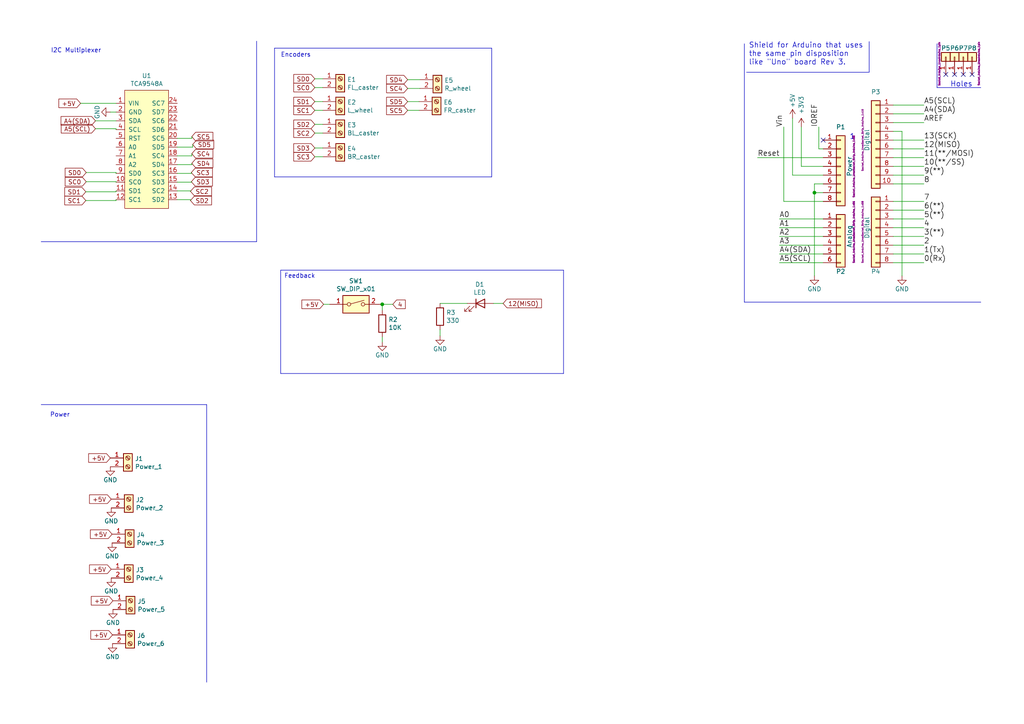
<source format=kicad_sch>
(kicad_sch (version 20230121) (generator eeschema)
  (paper "A4")
  (title_block (title "Encoder Shield") (date "09-13-21") (rev "Version 1") (company "LUCI, LLC") (comment 1 "Designed by Christian"))
  (lib_symbols
    (symbol "Connector:Screw_Terminal_01x02" (pin_names (offset 1.016) hide)
      (property "Reference" "J" (at 0 2.54 0))
      (property "Value" "Screw_Terminal_01x02" (at 0 -5.08 0))
      (symbol "Screw_Terminal_01x02_1_1"
        (rectangle (start -1.27 1.27) (end 1.27 -3.81) (stroke (width 0.254)) (fill (type background)))
        (circle (center 0 -2.54) (radius 0.635) (stroke (width 0.1524)))
        (polyline (pts (xy -0.5334 -2.2098) (xy 0.3302 -3.048)) (stroke (width 0.1524)))
        (polyline (pts (xy -0.5334 0.3302) (xy 0.3302 -0.508)) (stroke (width 0.1524)))
        (polyline (pts (xy -0.3556 -2.032) (xy 0.508 -2.8702)) (stroke (width 0.1524)))
        (polyline (pts (xy -0.3556 0.508) (xy 0.508 -0.3302)) (stroke (width 0.1524)))
        (circle (center 0 0) (radius 0.635) (stroke (width 0.1524)))
        (pin passive line (at -5.08 0 0) (length 3.81) (name "Pin_1") (number "1"))
        (pin passive line (at -5.08 -2.54 0) (length 3.81) (name "Pin_2") (number "2"))
      )
    )
    (symbol "Connector_Generic:Conn_01x01" (pin_names (offset 1.016) hide)
      (property "Reference" "J" (at 0 2.54 0))
      (property "Value" "Conn_01x01" (at 0 -2.54 0))
      (symbol "Conn_01x01_1_1"
        (rectangle (start -1.27 0.127) (end 0 -0.127) (stroke (width 0.1524)))
        (rectangle (start -1.27 1.27) (end 1.27 -1.27) (stroke (width 0.254)) (fill (type background)))
        (pin passive line (at -5.08 0 0) (length 3.81) (name "Pin_1") (number "1"))
      )
    )
    (symbol "Connector_Generic:Conn_01x06" (pin_names (offset 1.016) hide)
      (property "Reference" "J" (at 0 7.62 0))
      (property "Value" "Conn_01x06" (at 0 -10.16 0))
      (symbol "Conn_01x06_1_1"
        (rectangle (start -1.27 -7.493) (end 0 -7.747) (stroke (width 0.1524)))
        (rectangle (start -1.27 -4.953) (end 0 -5.207) (stroke (width 0.1524)))
        (rectangle (start -1.27 -2.413) (end 0 -2.667) (stroke (width 0.1524)))
        (rectangle (start -1.27 0.127) (end 0 -0.127) (stroke (width 0.1524)))
        (rectangle (start -1.27 2.667) (end 0 2.413) (stroke (width 0.1524)))
        (rectangle (start -1.27 5.207) (end 0 4.953) (stroke (width 0.1524)))
        (rectangle (start -1.27 6.35) (end 1.27 -8.89) (stroke (width 0.254)) (fill (type background)))
        (pin passive line (at -5.08 5.08 0) (length 3.81) (name "Pin_1") (number "1"))
        (pin passive line (at -5.08 2.54 0) (length 3.81) (name "Pin_2") (number "2"))
        (pin passive line (at -5.08 0 0) (length 3.81) (name "Pin_3") (number "3"))
        (pin passive line (at -5.08 -2.54 0) (length 3.81) (name "Pin_4") (number "4"))
        (pin passive line (at -5.08 -5.08 0) (length 3.81) (name "Pin_5") (number "5"))
        (pin passive line (at -5.08 -7.62 0) (length 3.81) (name "Pin_6") (number "6"))
      )
    )
    (symbol "Connector_Generic:Conn_01x08" (pin_names (offset 1.016) hide)
      (property "Reference" "J" (at 0 10.16 0))
      (property "Value" "Conn_01x08" (at 0 -12.7 0))
      (symbol "Conn_01x08_1_1"
        (rectangle (start -1.27 -10.033) (end 0 -10.287) (stroke (width 0.1524)))
        (rectangle (start -1.27 -7.493) (end 0 -7.747) (stroke (width 0.1524)))
        (rectangle (start -1.27 -4.953) (end 0 -5.207) (stroke (width 0.1524)))
        (rectangle (start -1.27 -2.413) (end 0 -2.667) (stroke (width 0.1524)))
        (rectangle (start -1.27 0.127) (end 0 -0.127) (stroke (width 0.1524)))
        (rectangle (start -1.27 2.667) (end 0 2.413) (stroke (width 0.1524)))
        (rectangle (start -1.27 5.207) (end 0 4.953) (stroke (width 0.1524)))
        (rectangle (start -1.27 7.747) (end 0 7.493) (stroke (width 0.1524)))
        (rectangle (start -1.27 8.89) (end 1.27 -11.43) (stroke (width 0.254)) (fill (type background)))
        (pin passive line (at -5.08 7.62 0) (length 3.81) (name "Pin_1") (number "1"))
        (pin passive line (at -5.08 5.08 0) (length 3.81) (name "Pin_2") (number "2"))
        (pin passive line (at -5.08 2.54 0) (length 3.81) (name "Pin_3") (number "3"))
        (pin passive line (at -5.08 0 0) (length 3.81) (name "Pin_4") (number "4"))
        (pin passive line (at -5.08 -2.54 0) (length 3.81) (name "Pin_5") (number "5"))
        (pin passive line (at -5.08 -5.08 0) (length 3.81) (name "Pin_6") (number "6"))
        (pin passive line (at -5.08 -7.62 0) (length 3.81) (name "Pin_7") (number "7"))
        (pin passive line (at -5.08 -10.16 0) (length 3.81) (name "Pin_8") (number "8"))
      )
    )
    (symbol "Connector_Generic:Conn_01x10" (pin_names (offset 1.016) hide)
      (property "Reference" "J" (at 0 12.7 0))
      (property "Value" "Conn_01x10" (at 0 -15.24 0))
      (symbol "Conn_01x10_1_1"
        (rectangle (start -1.27 -12.573) (end 0 -12.827) (stroke (width 0.1524)))
        (rectangle (start -1.27 -10.033) (end 0 -10.287) (stroke (width 0.1524)))
        (rectangle (start -1.27 -7.493) (end 0 -7.747) (stroke (width 0.1524)))
        (rectangle (start -1.27 -4.953) (end 0 -5.207) (stroke (width 0.1524)))
        (rectangle (start -1.27 -2.413) (end 0 -2.667) (stroke (width 0.1524)))
        (rectangle (start -1.27 0.127) (end 0 -0.127) (stroke (width 0.1524)))
        (rectangle (start -1.27 2.667) (end 0 2.413) (stroke (width 0.1524)))
        (rectangle (start -1.27 5.207) (end 0 4.953) (stroke (width 0.1524)))
        (rectangle (start -1.27 7.747) (end 0 7.493) (stroke (width 0.1524)))
        (rectangle (start -1.27 10.287) (end 0 10.033) (stroke (width 0.1524)))
        (rectangle (start -1.27 11.43) (end 1.27 -13.97) (stroke (width 0.254)) (fill (type background)))
        (pin passive line (at -5.08 10.16 0) (length 3.81) (name "Pin_1") (number "1"))
        (pin passive line (at -5.08 -12.7 0) (length 3.81) (name "Pin_10") (number "10"))
        (pin passive line (at -5.08 7.62 0) (length 3.81) (name "Pin_2") (number "2"))
        (pin passive line (at -5.08 5.08 0) (length 3.81) (name "Pin_3") (number "3"))
        (pin passive line (at -5.08 2.54 0) (length 3.81) (name "Pin_4") (number "4"))
        (pin passive line (at -5.08 0 0) (length 3.81) (name "Pin_5") (number "5"))
        (pin passive line (at -5.08 -2.54 0) (length 3.81) (name "Pin_6") (number "6"))
        (pin passive line (at -5.08 -5.08 0) (length 3.81) (name "Pin_7") (number "7"))
        (pin passive line (at -5.08 -7.62 0) (length 3.81) (name "Pin_8") (number "8"))
        (pin passive line (at -5.08 -10.16 0) (length 3.81) (name "Pin_9") (number "9"))
      )
    )
    (symbol "Device:LED" (pin_numbers hide) (pin_names (offset 1.016) hide)
      (property "Reference" "D" (at 0 2.54 0))
      (property "Value" "LED" (at 0 -2.54 0))
      (symbol "LED_0_1"
        (polyline (pts (xy -1.27 -1.27) (xy -1.27 1.27)) (stroke (width 0.254)))
        (polyline (pts (xy -1.27 0) (xy 1.27 0)))
        (polyline (pts (xy 1.27 -1.27) (xy 1.27 1.27) (xy -1.27 0) (xy 1.27 -1.27)) (stroke (width 0.254)))
        (polyline (pts (xy -3.048 -0.762) (xy -4.572 -2.286) (xy -3.81 -2.286) (xy -4.572 -2.286) (xy -4.572 -1.524)))
        (polyline (pts (xy -1.778 -0.762) (xy -3.302 -2.286) (xy -2.54 -2.286) (xy -3.302 -2.286) (xy -3.302 -1.524)))
      )
      (symbol "LED_1_1"
        (pin passive line (at -3.81 0 0) (length 2.54) (name "K") (number "1"))
        (pin passive line (at 3.81 0 180) (length 2.54) (name "A") (number "2"))
      )
    )
    (symbol "Device:R" (pin_numbers hide) (pin_names (offset 0))
      (property "Reference" "R" (at 2.032 0 90))
      (property "Value" "R" (at 0 0 90))
      (symbol "R_0_1"
        (rectangle (start -1.016 -2.54) (end 1.016 2.54) (stroke (width 0.254)))
      )
      (symbol "R_1_1"
        (pin passive line (at 0 3.81 270) (length 1.27) (name "~") (number "1"))
        (pin passive line (at 0 -3.81 90) (length 1.27) (name "~") (number "2"))
      )
    )
    (symbol "Shiled-rescue:+3.3V-power" (power) (pin_names (offset 0))
      (property "Value" "+3.3V-power" (at 0 3.556 0))
      (symbol "+3.3V-power_0_1"
        (polyline (pts (xy -0.762 1.27) (xy 0 2.54)))
        (polyline (pts (xy 0 0) (xy 0 2.54)))
        (polyline (pts (xy 0 2.54) (xy 0.762 1.27)))
      )
      (symbol "+3.3V-power_1_1"
        (pin power_in line (at 0 0 90) (length 0) hide (name "+3V3") (number "1"))
      )
    )
    (symbol "Shiled-rescue:TCA9548A-Adafruit-TCA9548-Shiled-rescue" (pin_names (offset 1.016))
      (property "Reference" "U" (at 0 1.27 0))
      (property "Value" "Shiled-rescue_TCA9548A-Adafruit-TCA9548" (at 0 -5.08 90))
      (symbol "TCA9548A-Adafruit-TCA9548-Shiled-rescue_0_1"
        (rectangle (start -6.35 11.43) (end 6.35 -22.86) (fill (type background)))
      )
      (symbol "TCA9548A-Adafruit-TCA9548-Shiled-rescue_1_1"
        (pin input line (at -8.89 7.62 0) (length 2.54) (name "VIN") (number "1"))
        (pin input line (at -8.89 -15.24 0) (length 2.54) (name "SC0") (number "10"))
        (pin input line (at -8.89 -17.78 0) (length 2.54) (name "SD1") (number "11"))
        (pin input line (at -8.89 -20.32 0) (length 2.54) (name "SC1") (number "12"))
        (pin input line (at 8.89 -20.32 180) (length 2.54) (name "SD2") (number "13"))
        (pin input line (at 8.89 -17.78 180) (length 2.54) (name "SC2") (number "14"))
        (pin input line (at 8.89 -15.24 180) (length 2.54) (name "SD3") (number "15"))
        (pin input line (at 8.89 -12.7 180) (length 2.54) (name "SC3") (number "16"))
        (pin input line (at 8.89 -10.16 180) (length 2.54) (name "SD4") (number "17"))
        (pin input line (at 8.89 -7.62 180) (length 2.54) (name "SC4") (number "18"))
        (pin input line (at 8.89 -5.08 180) (length 2.54) (name "SD5") (number "19"))
        (pin input line (at -8.89 5.08 0) (length 2.54) (name "GND") (number "2"))
        (pin input line (at 8.89 -2.54 180) (length 2.54) (name "SC5") (number "20"))
        (pin input line (at 8.89 0 180) (length 2.54) (name "SD6") (number "21"))
        (pin input line (at 8.89 2.54 180) (length 2.54) (name "SC6") (number "22"))
        (pin input line (at 8.89 5.08 180) (length 2.54) (name "SD7") (number "23"))
        (pin input line (at 8.89 7.62 180) (length 2.54) (name "SC7") (number "24"))
        (pin input line (at -8.89 2.54 0) (length 2.54) (name "SDA") (number "3"))
        (pin input line (at -8.89 0 0) (length 2.54) (name "SCL") (number "4"))
        (pin input line (at -8.89 -2.54 0) (length 2.54) (name "RST") (number "5"))
        (pin input line (at -8.89 -5.08 0) (length 2.54) (name "A0") (number "6"))
        (pin input line (at -8.89 -7.62 0) (length 2.54) (name "A1") (number "7"))
        (pin input line (at -8.89 -10.16 0) (length 2.54) (name "A2") (number "8"))
        (pin input line (at -8.89 -12.7 0) (length 2.54) (name "SD0") (number "9"))
      )
    )
    (symbol "Switch:SW_DIP_x01" (pin_names (offset 0) hide)
      (property "Reference" "SW" (at 0 3.81 0))
      (property "Value" "SW_DIP_x01" (at 0 -3.81 0))
      (symbol "SW_DIP_x01_0_0"
        (circle (center -2.032 0) (radius 0.508))
        (polyline (pts (xy -1.524 0.127) (xy 2.3622 1.1684)))
        (circle (center 2.032 0) (radius 0.508))
      )
      (symbol "SW_DIP_x01_0_1"
        (rectangle (start -3.81 2.54) (end 3.81 -2.54) (stroke (width 0.254)) (fill (type background)))
      )
      (symbol "SW_DIP_x01_1_1"
        (pin passive line (at -7.62 0 0) (length 5.08) (name "~") (number "1"))
        (pin passive line (at 7.62 0 180) (length 5.08) (name "~") (number "2"))
      )
    )
    (symbol "power:+5V" (power) (pin_names (offset 0))
      (property "Value" "+5V" (at 0 3.556 0))
      (symbol "+5V_0_1"
        (polyline (pts (xy -0.762 1.27) (xy 0 2.54)))
        (polyline (pts (xy 0 0) (xy 0 2.54)))
        (polyline (pts (xy 0 2.54) (xy 0.762 1.27)))
      )
      (symbol "+5V_1_1"
        (pin power_in line (at 0 0 90) (length 0) hide (name "+5V") (number "1"))
      )
    )
    (symbol "power:GND" (power) (pin_names (offset 0))
      (property "Value" "GND" (at 0 -3.81 0))
      (symbol "GND_0_1"
        (polyline (pts (xy 0 0) (xy 0 -1.27) (xy 1.27 -1.27) (xy 0 -2.54) (xy -1.27 -1.27) (xy 0 -1.27)))
      )
      (symbol "GND_1_1"
        (pin power_in line (at 0 0 270) (length 0) hide (name "GND") (number "1"))
      )
    )
  )
  (junction (at 110.871 88.265))
  (junction (at 236.22 55.88))
  (no_connect (at 238.76 40.64))
  (no_connect (at 281.94 21.59))
  (no_connect (at 279.4 21.59))
  (no_connect (at 276.86 21.59))
  (no_connect (at 274.32 21.59))
  (polyline (pts (xy 11.938 70.104) (xy 74.422 70.104)))
  (wire (pts (xy 24.892 58.166) (xy 33.655 58.166)))
  (wire (pts (xy 23.368 29.972) (xy 33.655 29.972)))
  (wire (pts (xy 259.08 48.26) (xy 267.97 48.26)))
  (wire (pts (xy 51.435 47.752) (xy 55.626 47.752)))
  (polyline (pts (xy 59.944 117.348) (xy 59.944 197.866)))
  (wire (pts (xy 93.853 88.265) (xy 95.631 88.265)))
  (wire (pts (xy 33.655 37.338) (xy 33.655 37.592)))
  (wire (pts (xy 91.313 32.004) (xy 93.599 32.004)))
  (wire (pts (xy 110.871 90.043) (xy 110.871 88.265)))
  (wire (pts (xy 33.655 50.038) (xy 33.655 50.292)))
  (wire (pts (xy 238.76 73.66) (xy 226.06 73.66)))
  (wire (pts (xy 229.87 50.8) (xy 229.87 34.29)))
  (wire (pts (xy 118.237 25.654) (xy 121.793 25.654)))
  (wire (pts (xy 25.019 50.038) (xy 33.655 50.038)))
  (polyline (pts (xy 216.535 20.955) (xy 252.095 20.955)))
  (wire (pts (xy 51.435 50.292) (xy 55.499 50.292)))
  (wire (pts (xy 238.76 48.26) (xy 232.41 48.26)))
  (wire (pts (xy 236.22 53.34) (xy 236.22 55.88)))
  (polyline (pts (xy 163.449 78.359) (xy 81.407 78.359)))
  (polyline (pts (xy 81.407 78.359) (xy 81.407 108.331)))
  (wire (pts (xy 261.62 38.1) (xy 261.62 80.01)))
  (wire (pts (xy 259.08 71.12) (xy 267.97 71.12)))
  (wire (pts (xy 33.655 55.626) (xy 33.655 55.372)))
  (wire (pts (xy 55.626 40.132) (xy 55.626 39.624)))
  (polyline (pts (xy 215.9 12.7) (xy 215.9 87.63)))
  (wire (pts (xy 55.245 55.372) (xy 55.245 55.499)))
  (polyline (pts (xy 11.938 117.348) (xy 59.944 117.348)))
  (wire (pts (xy 259.08 35.56) (xy 267.97 35.56)))
  (wire (pts (xy 259.08 60.96) (xy 267.97 60.96)))
  (wire (pts (xy 55.88 42.672) (xy 55.88 41.91)))
  (wire (pts (xy 259.08 45.72) (xy 267.97 45.72)))
  (polyline (pts (xy 81.407 108.331) (xy 163.449 108.331)))
  (polyline (pts (xy 215.9 87.63) (xy 284.48 87.63)))
  (wire (pts (xy 91.313 42.926) (xy 93.599 42.926)))
  (wire (pts (xy 51.435 55.372) (xy 55.245 55.372)))
  (wire (pts (xy 236.22 55.88) (xy 236.22 80.01)))
  (wire (pts (xy 259.08 76.2) (xy 267.97 76.2)))
  (wire (pts (xy 238.76 66.04) (xy 226.06 66.04)))
  (wire (pts (xy 110.871 97.663) (xy 110.871 99.187)))
  (wire (pts (xy 91.313 45.466) (xy 93.599 45.466)))
  (wire (pts (xy 127.635 88.011) (xy 135.509 88.011)))
  (wire (pts (xy 238.76 58.42) (xy 227.33 58.42)))
  (wire (pts (xy 237.49 36.83) (xy 237.49 43.18)))
  (wire (pts (xy 259.08 50.8) (xy 267.97 50.8)))
  (wire (pts (xy 259.08 68.58) (xy 267.97 68.58)))
  (wire (pts (xy 259.08 53.34) (xy 267.97 53.34)))
  (polyline (pts (xy 74.422 70.104) (xy 74.422 11.938)))
  (wire (pts (xy 91.313 38.608) (xy 93.599 38.608)))
  (wire (pts (xy 24.892 55.626) (xy 33.655 55.626)))
  (polyline (pts (xy 284.48 25.4) (xy 271.78 25.4)))
  (wire (pts (xy 259.08 58.42) (xy 267.97 58.42)))
  (wire (pts (xy 118.237 32.004) (xy 121.539 32.004)))
  (wire (pts (xy 259.08 33.02) (xy 267.97 33.02)))
  (polyline (pts (xy 252.095 20.955) (xy 252.095 12.065)))
  (wire (pts (xy 33.655 52.705) (xy 33.655 52.832)))
  (wire (pts (xy 238.76 45.72) (xy 219.71 45.72)))
  (polyline (pts (xy 163.449 108.331) (xy 163.449 78.359)))
  (wire (pts (xy 238.76 68.58) (xy 226.06 68.58)))
  (wire (pts (xy 127.635 95.631) (xy 127.635 97.409)))
  (wire (pts (xy 143.129 88.011) (xy 145.923 88.011)))
  (wire (pts (xy 259.08 38.1) (xy 261.62 38.1)))
  (wire (pts (xy 238.76 50.8) (xy 229.87 50.8)))
  (wire (pts (xy 118.237 29.464) (xy 121.539 29.464)))
  (wire (pts (xy 55.626 45.212) (xy 55.626 44.577)))
  (wire (pts (xy 91.313 25.4) (xy 93.599 25.4)))
  (polyline (pts (xy 271.78 25.4) (xy 271.78 12.7)))
  (wire (pts (xy 259.08 30.48) (xy 267.97 30.48)))
  (wire (pts (xy 91.313 29.464) (xy 93.599 29.464)))
  (wire (pts (xy 32.004 32.512) (xy 33.655 32.512)))
  (wire (pts (xy 259.08 73.66) (xy 267.97 73.66)))
  (wire (pts (xy 51.435 45.212) (xy 55.626 45.212)))
  (wire (pts (xy 238.76 71.12) (xy 226.06 71.12)))
  (wire (pts (xy 51.435 57.912) (xy 55.245 57.912)))
  (wire (pts (xy 51.435 42.672) (xy 55.88 42.672)))
  (wire (pts (xy 27.686 37.338) (xy 33.655 37.338)))
  (polyline (pts (xy 142.621 51.308) (xy 79.629 51.308)))
  (wire (pts (xy 237.49 43.18) (xy 238.76 43.18)))
  (wire (pts (xy 238.76 53.34) (xy 236.22 53.34)))
  (wire (pts (xy 91.313 36.068) (xy 93.599 36.068)))
  (wire (pts (xy 27.686 35.052) (xy 33.655 35.052)))
  (wire (pts (xy 55.499 50.292) (xy 55.499 50.038)))
  (wire (pts (xy 238.76 63.5) (xy 226.06 63.5)))
  (polyline (pts (xy 79.629 13.97) (xy 142.621 13.97)))
  (wire (pts (xy 55.499 52.832) (xy 55.499 52.705)))
  (wire (pts (xy 118.237 23.114) (xy 121.793 23.114)))
  (wire (pts (xy 110.871 88.265) (xy 113.919 88.265)))
  (polyline (pts (xy 142.621 13.97) (xy 142.621 51.308)))
  (wire (pts (xy 232.41 48.26) (xy 232.41 36.83)))
  (wire (pts (xy 227.33 58.42) (xy 227.33 36.83)))
  (wire (pts (xy 25.019 52.705) (xy 33.655 52.705)))
  (wire (pts (xy 259.08 63.5) (xy 267.97 63.5)))
  (wire (pts (xy 55.245 57.912) (xy 55.245 58.166)))
  (wire (pts (xy 51.435 52.832) (xy 55.499 52.832)))
  (wire (pts (xy 259.08 40.64) (xy 267.97 40.64)))
  (wire (pts (xy 55.626 47.752) (xy 55.626 47.371)))
  (polyline (pts (xy 79.629 51.308) (xy 79.629 13.97)))
  (wire (pts (xy 259.08 66.04) (xy 267.97 66.04)))
  (wire (pts (xy 238.76 76.2) (xy 226.06 76.2)))
  (wire (pts (xy 51.435 40.132) (xy 55.626 40.132)))
  (wire (pts (xy 33.655 58.166) (xy 33.655 57.912)))
  (wire (pts (xy 238.76 55.88) (xy 236.22 55.88)))
  (wire (pts (xy 259.08 43.18) (xy 267.97 43.18)))
  (wire (pts (xy 91.313 22.86) (xy 93.599 22.86)))
  (text "I2C Multiplexer" (at 14.732 15.494 0) (effects (font (size 1.27 1.27)) (justify left bottom)))
  (text "Encoders" (at 81.407 16.764 0) (effects (font (size 1.27 1.27)) (justify left bottom)))
  (text "1" (at 246.38 40.64 0) (effects (font (size 1.524 1.524)) (justify left bottom)))
  (text "Feedback\n" (at 82.423 80.899 0) (effects (font (size 1.27 1.27)) (justify left bottom)))
  (text "Shield for Arduino that uses\nthe same pin disposition\nlike \"Uno\" board Rev 3." (at 217.17 19.05 0) (effects (font (size 1.524 1.524)) (justify left bottom)))
  (text "Power\n" (at 14.478 121.158 0) (effects (font (size 1.27 1.27)) (justify left bottom)))
  (text "Holes" (at 275.59 25.4 0) (effects (font (size 1.524 1.524)) (justify left bottom)))
  (label "A4(SDA)" (at 226.06 73.66 0) (effects (font (size 1.524 1.524))))
  (label "IOREF" (at 237.49 36.83 90) (effects (font (size 1.524 1.524))))
  (label "0(Rx)" (at 267.97 76.2 0) (effects (font (size 1.524 1.524))))
  (label "A5(SCL)" (at 226.06 76.2 0) (effects (font (size 1.524 1.524))))
  (label "A5(SCL)" (at 267.97 30.48 0) (effects (font (size 1.524 1.524))))
  (label "9(**)" (at 267.97 50.8 0) (effects (font (size 1.524 1.524))))
  (label "2" (at 267.97 71.12 0) (effects (font (size 1.524 1.524))))
  (label "7" (at 267.97 58.42 0) (effects (font (size 1.524 1.524))))
  (label "A4(SDA)" (at 267.97 33.02 0) (effects (font (size 1.524 1.524))))
  (label "A2" (at 226.06 68.58 0) (effects (font (size 1.524 1.524))))
  (label "Vin" (at 227.33 36.83 90) (effects (font (size 1.524 1.524))))
  (label "6(**)" (at 267.97 60.96 0) (effects (font (size 1.524 1.524))))
  (label "11(**/MOSI)" (at 267.97 45.72 0) (effects (font (size 1.524 1.524))))
  (label "4" (at 267.97 66.04 0) (effects (font (size 1.524 1.524))))
  (label "Reset" (at 219.71 45.72 0) (effects (font (size 1.524 1.524))))
  (label "8" (at 267.97 53.34 0) (effects (font (size 1.524 1.524))))
  (label "1(Tx)" (at 267.97 73.66 0) (effects (font (size 1.524 1.524))))
  (label "10(**/SS)" (at 267.97 48.26 0) (effects (font (size 1.524 1.524))))
  (label "AREF" (at 267.97 35.56 0) (effects (font (size 1.524 1.524))))
  (label "13(SCK)" (at 267.97 40.64 0) (effects (font (size 1.524 1.524))))
  (label "12(MISO)" (at 267.97 43.18 0) (effects (font (size 1.524 1.524))))
  (label "A3" (at 226.06 71.12 0) (effects (font (size 1.524 1.524))))
  (label "A0" (at 226.06 63.5 0) (effects (font (size 1.524 1.524))))
  (label "A1" (at 226.06 66.04 0) (effects (font (size 1.524 1.524))))
  (label "3(**)" (at 267.97 68.58 0) (effects (font (size 1.524 1.524))))
  (label "5(**)" (at 267.97 63.5 0) (effects (font (size 1.524 1.524))))
  (global_label "SD0" (shape input) (at 25.019 50.038 180) (property "Intersheetrefs" "${INTERSHEET_REFS}" (effects hide)))
  (global_label "A4(SDA)" (shape input) (at 27.686 35.052 180) (property "Intersheetrefs" "${INTERSHEET_REFS}" (effects hide)))
  (global_label "SC3" (shape input) (at 91.313 45.466 180) (property "Intersheetrefs" "${INTERSHEET_REFS}" (effects hide)))
  (global_label "+5V" (shape input) (at 32.258 165.1 180) (property "Intersheetrefs" "${INTERSHEET_REFS}" (effects hide)))
  (global_label "SD5" (shape input) (at 55.88 41.91 0) (property "Intersheetrefs" "${INTERSHEET_REFS}" (effects hide)))
  (global_label "SD1" (shape input) (at 91.313 29.464 180) (property "Intersheetrefs" "${INTERSHEET_REFS}" (effects hide)))
  (global_label "SC0" (shape input) (at 25.019 52.705 180) (property "Intersheetrefs" "${INTERSHEET_REFS}" (effects hide)))
  (global_label "+5V" (shape input) (at 32.512 154.94 180) (property "Intersheetrefs" "${INTERSHEET_REFS}" (effects hide)))
  (global_label "SD0" (shape input) (at 91.313 22.86 180) (property "Intersheetrefs" "${INTERSHEET_REFS}" (effects hide)))
  (global_label "4" (shape input) (at 113.919 88.265 0) (property "Intersheetrefs" "${INTERSHEET_REFS}" (effects hide)))
  (global_label "SD1" (shape input) (at 24.892 55.626 180) (property "Intersheetrefs" "${INTERSHEET_REFS}" (effects hide)))
  (global_label "SC5" (shape input) (at 55.626 39.624 0) (property "Intersheetrefs" "${INTERSHEET_REFS}" (effects hide)))
  (global_label "SC2" (shape input) (at 55.245 55.499 0) (property "Intersheetrefs" "${INTERSHEET_REFS}" (effects hide)))
  (global_label "+5V" (shape input) (at 32.766 174.244 180) (property "Intersheetrefs" "${INTERSHEET_REFS}" (effects hide)))
  (global_label "SC4" (shape input) (at 55.626 44.577 0) (property "Intersheetrefs" "${INTERSHEET_REFS}" (effects hide)))
  (global_label "12(MISO)" (shape input) (at 145.923 88.011 0) (property "Intersheetrefs" "${INTERSHEET_REFS}" (effects hide)))
  (global_label "SC0" (shape input) (at 91.313 25.4 180) (property "Intersheetrefs" "${INTERSHEET_REFS}" (effects hide)))
  (global_label "SD3" (shape input) (at 55.499 52.705 0) (property "Intersheetrefs" "${INTERSHEET_REFS}" (effects hide)))
  (global_label "SD3" (shape input) (at 91.313 42.926 180) (property "Intersheetrefs" "${INTERSHEET_REFS}" (effects hide)))
  (global_label "SC2" (shape input) (at 91.313 38.608 180) (property "Intersheetrefs" "${INTERSHEET_REFS}" (effects hide)))
  (global_label "A5(SCL)" (shape input) (at 27.686 37.338 180) (property "Intersheetrefs" "${INTERSHEET_REFS}" (effects hide)))
  (global_label "SC5" (shape input) (at 118.237 32.004 180) (property "Intersheetrefs" "${INTERSHEET_REFS}" (effects hide)))
  (global_label "SC3" (shape input) (at 55.499 50.038 0) (property "Intersheetrefs" "${INTERSHEET_REFS}" (effects hide)))
  (global_label "+5V" (shape input) (at 32.004 132.842 180) (property "Intersheetrefs" "${INTERSHEET_REFS}" (effects hide)))
  (global_label "SD5" (shape input) (at 118.237 29.464 180) (property "Intersheetrefs" "${INTERSHEET_REFS}" (effects hide)))
  (global_label "+5V" (shape input) (at 23.368 29.972 180) (property "Intersheetrefs" "${INTERSHEET_REFS}" (effects hide)))
  (global_label "+5V" (shape input) (at 32.639 184.15 180) (property "Intersheetrefs" "${INTERSHEET_REFS}" (effects hide)))
  (global_label "SD2" (shape input) (at 91.313 36.068 180) (property "Intersheetrefs" "${INTERSHEET_REFS}" (effects hide)))
  (global_label "+5V" (shape input) (at 32.258 144.78 180) (property "Intersheetrefs" "${INTERSHEET_REFS}" (effects hide)))
  (global_label "SD2" (shape input) (at 55.245 58.166 0) (property "Intersheetrefs" "${INTERSHEET_REFS}" (effects hide)))
  (global_label "SC4" (shape input) (at 118.237 25.654 180) (property "Intersheetrefs" "${INTERSHEET_REFS}" (effects hide)))
  (global_label "SD4" (shape input) (at 118.237 23.114 180) (property "Intersheetrefs" "${INTERSHEET_REFS}" (effects hide)))
  (global_label "+5V" (shape input) (at 93.853 88.265 180) (property "Intersheetrefs" "${INTERSHEET_REFS}" (effects hide)))
  (global_label "SC1" (shape input) (at 91.313 32.004 180) (property "Intersheetrefs" "${INTERSHEET_REFS}" (effects hide)))
  (global_label "SD4" (shape input) (at 55.626 47.371 0) (property "Intersheetrefs" "${INTERSHEET_REFS}" (effects hide)))
  (global_label "SC1" (shape input) (at 24.892 58.166 180) (property "Intersheetrefs" "${INTERSHEET_REFS}" (effects hide)))
  (symbol (lib_id "Connector_Generic:Conn_01x08") (at 243.84 48.26 0) (unit 1)
    (property "Reference" "P1" (at 243.84 36.83 0))
    (property "Value" "Power" (at 246.38 48.26 90))
    (property "Footprint" "Socket_Arduino_Uno:Socket_Strip_Arduino_1x08" (at 247.65 48.26 90) (effects (font (size 0.508 0.508))))
  )
  (symbol (lib_id "Shiled-rescue:+3.3V-power") (at 232.41 36.83 0) (unit 1)
    (property "Reference" "#PWR01" (effects hide))
    (property "Value" "+3.3V" (at 232.41 30.48 90))
  )
  (symbol (lib_id "power:+5V") (at 229.87 34.29 0) (unit 1)
    (property "Reference" "#PWR02" (effects hide))
    (property "Value" "+5V" (at 229.87 29.21 90))
  )
  (symbol (lib_id "power:GND") (at 236.22 80.01 0) (unit 1)
    (property "Reference" "#PWR03" (effects hide))
    (property "Value" "GND" (at 236.22 83.82 0))
  )
  (symbol (lib_id "power:GND") (at 261.62 80.01 0) (unit 1)
    (property "Reference" "#PWR04" (effects hide))
    (property "Value" "GND" (at 261.62 83.82 0))
  )
  (symbol (lib_id "Connector_Generic:Conn_01x06") (at 243.84 68.58 0) (unit 1)
    (property "Reference" "P2" (at 243.84 78.74 0))
    (property "Value" "Analog" (at 246.38 68.58 90))
    (property "Footprint" "Socket_Arduino_Uno:Socket_Strip_Arduino_1x06" (at 247.65 67.31 90) (effects (font (size 0.508 0.508))))
  )
  (symbol (lib_id "Connector_Generic:Conn_01x01") (at 274.32 16.51 90) (unit 1)
    (property "Reference" "P5" (at 274.32 13.97 90))
    (property "Value" "CONN_01X01" (effects hide))
    (property "Footprint" "Socket_Arduino_Uno:Arduino_1pin" (at 272.4404 18.5166 0) (effects (font (size 0.508 0.508))))
  )
  (symbol (lib_id "Connector_Generic:Conn_01x01") (at 276.86 16.51 90) (unit 1)
    (property "Reference" "P6" (at 276.86 13.97 90))
    (property "Value" "CONN_01X01" (effects hide))
    (property "Footprint" "Socket_Arduino_Uno:Arduino_1pin" (effects hide))
  )
  (symbol (lib_id "Connector_Generic:Conn_01x01") (at 279.4 16.51 90) (unit 1)
    (property "Reference" "P7" (at 279.4 13.97 90))
    (property "Value" "CONN_01X01" (effects hide))
    (property "Footprint" "Socket_Arduino_Uno:Arduino_1pin" (effects hide))
  )
  (symbol (lib_id "Connector_Generic:Conn_01x01") (at 281.94 16.51 90) (unit 1)
    (property "Reference" "P8" (at 281.94 13.97 90))
    (property "Value" "CONN_01X01" (effects hide))
    (property "Footprint" "Socket_Arduino_Uno:Arduino_1pin" (at 283.9212 18.4404 0) (effects (font (size 0.508 0.508))))
  )
  (symbol (lib_id "Connector_Generic:Conn_01x08") (at 254 66.04 0) (mirror y) (unit 1)
    (property "Reference" "P4" (at 254 78.74 0))
    (property "Value" "Digital" (at 251.46 66.04 90))
    (property "Footprint" "Socket_Arduino_Uno:Socket_Strip_Arduino_1x08" (at 250.19 67.31 90) (effects (font (size 0.508 0.508))))
  )
  (symbol (lib_id "Connector_Generic:Conn_01x10") (at 254 40.64 0) (mirror y) (unit 1)
    (property "Reference" "P3" (at 254 26.67 0))
    (property "Value" "Digital" (at 251.46 40.64 90))
    (property "Footprint" "Socket_Arduino_Uno:Socket_Strip_Arduino_1x10" (at 250.19 40.64 90) (effects (font (size 0.508 0.508))))
  )
  (symbol (lib_id "Shiled-rescue:TCA9548A-Adafruit-TCA9548-Shiled-rescue") (at 42.545 37.592 0) (unit 1)
    (property "Reference" "U1" (at 42.545 21.971 0))
    (property "Value" "TCA9548A" (at 42.545 24.2824 0))
    (property "Footprint" "Adafruit-TCA9548A:TCA9548A" (effects hide))
  )
  (symbol (lib_id "Connector:Screw_Terminal_01x02") (at 98.679 22.86 0) (unit 1)
    (property "Reference" "E1" (at 100.711 23.0632 0) (effects (justify left)))
    (property "Value" "FL_caster" (at 100.711 25.3746 0) (effects (justify left)))
    (property "Footprint" "TerminalBlock_Phoenix:TerminalBlock_Phoenix_MPT-0,5-2-2.54_1x02_P2.54mm_Horizontal" (effects hide))
  )
  (symbol (lib_id "Connector:Screw_Terminal_01x02") (at 98.679 29.464 0) (unit 1)
    (property "Reference" "E2" (at 100.711 29.6672 0) (effects (justify left)))
    (property "Value" "L_wheel" (at 100.711 31.9786 0) (effects (justify left)))
    (property "Footprint" "TerminalBlock_Phoenix:TerminalBlock_Phoenix_MPT-0,5-2-2.54_1x02_P2.54mm_Horizontal" (effects hide))
  )
  (symbol (lib_id "Connector:Screw_Terminal_01x02") (at 98.679 36.068 0) (unit 1)
    (property "Reference" "E3" (at 100.711 36.2712 0) (effects (justify left)))
    (property "Value" "BL_caster" (at 100.711 38.5826 0) (effects (justify left)))
    (property "Footprint" "TerminalBlock_Phoenix:TerminalBlock_Phoenix_MPT-0,5-2-2.54_1x02_P2.54mm_Horizontal" (effects hide))
  )
  (symbol (lib_id "Connector:Screw_Terminal_01x02") (at 98.679 42.926 0) (unit 1)
    (property "Reference" "E4" (at 100.711 43.1292 0) (effects (justify left)))
    (property "Value" "BR_caster" (at 100.711 45.4406 0) (effects (justify left)))
    (property "Footprint" "TerminalBlock_Phoenix:TerminalBlock_Phoenix_MPT-0,5-2-2.54_1x02_P2.54mm_Horizontal" (effects hide))
  )
  (symbol (lib_id "Connector:Screw_Terminal_01x02") (at 126.873 23.114 0) (unit 1)
    (property "Reference" "E5" (at 128.905 23.3172 0) (effects (justify left)))
    (property "Value" "R_wheel" (at 128.905 25.6286 0) (effects (justify left)))
    (property "Footprint" "TerminalBlock_Phoenix:TerminalBlock_Phoenix_MPT-0,5-2-2.54_1x02_P2.54mm_Horizontal" (effects hide))
  )
  (symbol (lib_id "Connector:Screw_Terminal_01x02") (at 126.619 29.464 0) (unit 1)
    (property "Reference" "E6" (at 128.651 29.6672 0) (effects (justify left)))
    (property "Value" "FR_caster" (at 128.651 31.9786 0) (effects (justify left)))
    (property "Footprint" "TerminalBlock_Phoenix:TerminalBlock_Phoenix_MPT-0,5-2-2.54_1x02_P2.54mm_Horizontal" (effects hide))
  )
  (symbol (lib_id "Connector:Screw_Terminal_01x02") (at 37.084 132.842 0) (unit 1)
    (property "Reference" "J1" (at 39.116 133.0452 0) (effects (justify left)))
    (property "Value" "Power_1" (at 39.116 135.3566 0) (effects (justify left)))
    (property "Footprint" "TerminalBlock_Phoenix:TerminalBlock_Phoenix_MPT-0,5-2-2.54_1x02_P2.54mm_Horizontal" (effects hide))
  )
  (symbol (lib_id "power:GND") (at 32.004 135.382 0) (unit 1)
    (property "Reference" "#PWR0101" (effects hide))
    (property "Value" "GND" (at 32.004 139.192 0))
  )
  (symbol (lib_id "Connector:Screw_Terminal_01x02") (at 37.338 144.78 0) (unit 1)
    (property "Reference" "J2" (at 39.37 144.9832 0) (effects (justify left)))
    (property "Value" "Power_2" (at 39.37 147.2946 0) (effects (justify left)))
    (property "Footprint" "TerminalBlock_Phoenix:TerminalBlock_Phoenix_MPT-0,5-2-2.54_1x02_P2.54mm_Horizontal" (effects hide))
  )
  (symbol (lib_id "power:GND") (at 32.258 147.32 0) (unit 1)
    (property "Reference" "#PWR05" (effects hide))
    (property "Value" "GND" (at 32.258 151.13 0))
  )
  (symbol (lib_id "Connector:Screw_Terminal_01x02") (at 37.592 154.94 0) (unit 1)
    (property "Reference" "J4" (at 39.624 155.1432 0) (effects (justify left)))
    (property "Value" "Power_3" (at 39.624 157.4546 0) (effects (justify left)))
    (property "Footprint" "TerminalBlock_Phoenix:TerminalBlock_Phoenix_MPT-0,5-2-2.54_1x02_P2.54mm_Horizontal" (effects hide))
  )
  (symbol (lib_id "power:GND") (at 32.512 157.48 0) (unit 1)
    (property "Reference" "#PWR07" (effects hide))
    (property "Value" "GND" (at 32.512 161.29 0))
  )
  (symbol (lib_id "Connector:Screw_Terminal_01x02") (at 37.338 165.1 0) (unit 1)
    (property "Reference" "J3" (at 39.37 165.3032 0) (effects (justify left)))
    (property "Value" "Power_4" (at 39.37 167.6146 0) (effects (justify left)))
    (property "Footprint" "TerminalBlock_Phoenix:TerminalBlock_Phoenix_MPT-0,5-2-2.54_1x02_P2.54mm_Horizontal" (effects hide))
  )
  (symbol (lib_id "power:GND") (at 32.258 167.64 0) (unit 1)
    (property "Reference" "#PWR06" (effects hide))
    (property "Value" "GND" (at 32.258 171.45 0))
  )
  (symbol (lib_id "Connector:Screw_Terminal_01x02") (at 37.846 174.244 0) (unit 1)
    (property "Reference" "J5" (at 39.878 174.4472 0) (effects (justify left)))
    (property "Value" "Power_5" (at 39.878 176.7586 0) (effects (justify left)))
    (property "Footprint" "TerminalBlock_Phoenix:TerminalBlock_Phoenix_MPT-0,5-2-2.54_1x02_P2.54mm_Horizontal" (effects hide))
  )
  (symbol (lib_id "power:GND") (at 32.766 176.784 0) (unit 1)
    (property "Reference" "#PWR08" (effects hide))
    (property "Value" "GND" (at 32.766 180.594 0))
  )
  (symbol (lib_id "power:GND") (at 32.004 32.512 270) (unit 1)
    (property "Reference" "#PWR09" (effects hide))
    (property "Value" "GND" (at 28.194 32.512 0))
  )
  (symbol (lib_id "Switch:SW_DIP_x01") (at 103.251 88.265 0) (unit 1)
    (property "Reference" "SW1" (at 103.251 81.4832 0))
    (property "Value" "SW_DIP_x01" (at 103.251 83.7946 0))
    (property "Footprint" "Button_Switch_SMD:SW_DIP_SPSTx01_Slide_Copal_CHS-01B_W7.62mm_P1.27mm" (effects hide))
  )
  (symbol (lib_id "Connector:Screw_Terminal_01x02") (at 37.719 184.15 0) (unit 1)
    (property "Reference" "J6" (at 39.751 184.3532 0) (effects (justify left)))
    (property "Value" "Power_6" (at 39.751 186.6646 0) (effects (justify left)))
    (property "Footprint" "TerminalBlock_Phoenix:TerminalBlock_Phoenix_MPT-0,5-2-2.54_1x02_P2.54mm_Horizontal" (effects hide))
  )
  (symbol (lib_id "power:GND") (at 32.639 186.69 0) (unit 1)
    (property "Reference" "#PWR010" (effects hide))
    (property "Value" "GND" (at 32.639 190.5 0))
  )
  (symbol (lib_id "power:GND") (at 110.871 99.187 0) (unit 1)
    (property "Reference" "#PWR0102" (effects hide))
    (property "Value" "GND" (at 110.871 102.997 0))
  )
  (symbol (lib_id "Device:R") (at 110.871 93.853 0) (unit 1)
    (property "Reference" "R2" (at 112.649 92.6846 0) (effects (justify left)))
    (property "Value" "10K" (at 112.649 94.996 0) (effects (justify left)))
    (property "Footprint" "Resistor_THT:R_Axial_DIN0207_L6.3mm_D2.5mm_P7.62mm_Horizontal" (effects hide))
  )
  (symbol (lib_id "Device:LED") (at 139.319 88.011 0) (unit 1)
    (property "Reference" "D1" (at 139.1412 82.4992 0))
    (property "Value" "LED" (at 139.1412 84.8106 0))
    (property "Footprint" "LED_THT:LED_D5.0mm" (effects hide))
  )
  (symbol (lib_id "Device:R") (at 127.635 91.821 0) (unit 1)
    (property "Reference" "R3" (at 129.413 90.6526 0) (effects (justify left)))
    (property "Value" "330" (at 129.413 92.964 0) (effects (justify left)))
    (property "Footprint" "Resistor_THT:R_Axial_DIN0207_L6.3mm_D2.5mm_P7.62mm_Horizontal" (effects hide))
  )
  (symbol (lib_id "power:GND") (at 127.635 97.409 0) (unit 1)
    (property "Reference" "#PWR012" (effects hide))
    (property "Value" "GND" (at 127.635 101.219 0))
  )
)
</source>
